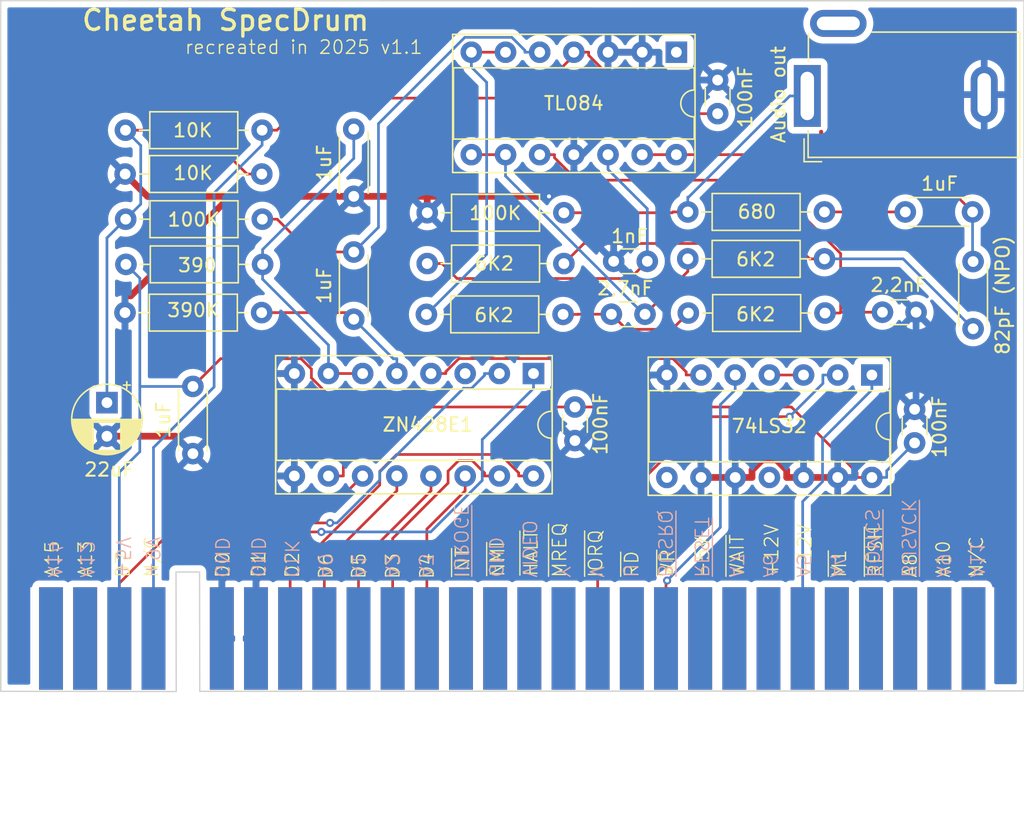
<source format=kicad_pcb>
(kicad_pcb (version 20240108) (generator "pcbnew") (generator_version "8.0")
  (title_block (title "ZX Spectrum - Specdrum Interface re-created") (date "2025-02-27") (rev "1.1"))
  (layers (0 "F.Cu" signal) (31 "B.Cu" signal) (34 "B.Paste" user) (35 "F.Paste" user) (36 "B.SilkS" user "B.Silkscreen") (37 "F.SilkS" user "F.Silkscreen") (38 "B.Mask" user) (39 "F.Mask" user) (44 "Edge.Cuts" user))
  (net 0 "")
  (net 1 "A5")
  (net 2 "~{IORQ}")
  (net 4 "WR")
  (net 5 "Net-(ZN428E1-~{ENABLE})")
  (net 6 "GND")
  (net 7 "Net-(U1-Pad3)")
  (net 8 "+5V")
  (net 9 "D0")
  (net 12 "Net-(ZN428E1-ANALOG_OUTPUT)")
  (net 13 "Net-(ZN428E1-VREF_IN)")
  (net 14 "D6")
  (net 15 "Net-(U2B-+)")
  (net 17 "Net-(C3-Pad1)")
  (net 18 "Net-(C4-Pad1)")
  (net 19 "Net-(U2C--)")
  (net 20 "Net-(U2C-+)")
  (net 21 "Net-(U2D--)")
  (net 22 "Net-(C6-Pad1)")
  (net 23 "Net-(C7-Pad2)")
  (net 24 "Net-(U2D-+)")
  (net 25 "Net-(U2B--)")
  (net 27 "D2")
  (net 30 "D4")
  (net 31 "D5")
  (net 33 "D7")
  (net 36 "D1")
  (net 37 "D3")
  (net 71 "+9V")
  (net 73 "Net-(J2-Pad1)")
  (footprint "Resistor_THT:R_Axial_DIN0207_L6.3mm_D2.5mm_P10.16mm_Horizontal" (layer "F.Cu") (at 101.577 86.8)
    (property "Reference" "R4" (hide yes))
    (property "Value" "10K")
  )
  (footprint "Capacitor_THT:C_Disc_D3.0mm_W1.6mm_P2.50mm" (layer "F.Cu") (at 157.85 100.34)
    (property "Reference" "C5" (hide yes))
    (property "Value" "2,2nF")
  )
  (footprint "ZXINFO_FOOTPRINT:EDGE_ZX_SPECTRUM" (layer "F.Cu") (at 131.33 124.79)
    (property "Reference" "J1" (hide yes))
    (property "Value" "ZX_Spectrum_Connector_48K")
  )
  (footprint "Resistor_THT:R_Axial_DIN0207_L6.3mm_D2.5mm_P10.16mm_Horizontal" (layer "F.Cu") (at 101.612 96.78)
    (property "Reference" "R1" (hide yes))
    (property "Value" "390")
  )
  (footprint "Resistor_THT:R_Axial_DIN0207_L6.3mm_D2.5mm_P10.16mm_Horizontal" (layer "F.Cu") (at 143.38 96.37)
    (property "Reference" "R8" (hide yes))
    (property "Value" "6K2")
  )
  (footprint "Package_DIP:DIP-14_W7.62mm_Socket" (layer "F.Cu") (at 157.065 105.01 -90)
    (property "Reference" "U1" (hide yes))
    (property "Value" "74LS32")
  )
  (footprint "ZXINFO_FOOTPRINT:ZXInfo_kicad_logo_copper_16.5x5" (layer "F.Cu") (at 95.124729 85.561831 90)
    (property "Reference" "G200" (hide yes))
    (property "Value" "LOGO" (hide yes))
  )
  (footprint "Capacitor_THT:C_Disc_D3.0mm_W1.6mm_P2.50mm" (layer "F.Cu") (at 134.99 107.39 -90)
    (property "Reference" "C10" (hide yes))
    (property "Value" "100nF")
  )
  (footprint "Capacitor_THT:C_Disc_D3.0mm_W1.6mm_P2.50mm" (layer "F.Cu") (at 145.6 85.57 90)
    (property "Reference" "C11" (hide yes))
    (property "Value" "100nF")
  )
  (footprint "Capacitor_THT:C_Disc_D3.0mm_W1.6mm_P2.50mm" (layer "F.Cu") (at 140.37 96.55 180)
    (property "Reference" "C8" (hide yes))
    (property "Value" "1nF")
  )
  (footprint "Capacitor_THT:C_Disc_D4.3mm_W1.9mm_P5.00mm" (layer "F.Cu") (at 118.55 95.86 -90)
    (property "Reference" "C2" (hide yes))
    (property "Value" "1uF")
  )
  (footprint "Resistor_THT:R_Axial_DIN0207_L6.3mm_D2.5mm_P10.16mm_Horizontal" (layer "F.Cu") (at 134.17 96.72 180)
    (property "Reference" "R9" (hide yes))
    (property "Value" "6K2")
  )
  (footprint "Capacitor_THT:C_Disc_D4.3mm_W1.9mm_P5.00mm" (layer "F.Cu") (at 118.55 86.72 -90)
    (property "Reference" "C1" (hide yes))
    (property "Value" "1uF")
  )
  (footprint "Resistor_THT:R_Axial_DIN0207_L6.3mm_D2.5mm_P10.16mm_Horizontal" (layer "F.Cu") (at 101.552 90.06)
    (property "Reference" "R5" (hide yes))
    (property "Value" "10K")
  )
  (footprint "Package_DIP:DIP-16_W7.62mm_Socket" (layer "F.Cu") (at 131.91 104.9 -90)
    (property "Reference" "ZN428E1")
    (property "Value" "~" (hide yes))
  )
  (footprint "Capacitor_THT:C_Disc_D3.0mm_W1.6mm_P2.50mm" (layer "F.Cu") (at 137.7 100.49)
    (property "Reference" "C4" (hide yes))
    (property "Value" "2,7nF")
  )
  (footprint "Resistor_THT:R_Axial_DIN0207_L6.3mm_D2.5mm_P10.16mm_Horizontal" (layer "F.Cu") (at 111.702 100.37 180)
    (property "Reference" "R2" (hide yes))
    (property "Value" "390K")
  )
  (footprint "Resistor_THT:R_Axial_DIN0207_L6.3mm_D2.5mm_P10.16mm_Horizontal" (layer "F.Cu") (at 101.592 93.42)
    (property "Reference" "R3" (hide yes))
    (property "Value" "100K")
  )
  (footprint "Capacitor_THT:C_Disc_D3.0mm_W1.6mm_P2.50mm" (layer "F.Cu") (at 160.24 110.06 90)
    (property "Reference" "C12" (hide yes))
    (property "Value" "100nF")
  )
  (footprint "Capacitor_THT:C_Disc_D4.3mm_W1.9mm_P5.00mm" (layer "F.Cu") (at 164.55 92.88 180)
    (property "Reference" "C7" (hide yes))
    (property "Value" "1uF")
  )
  (footprint "Resistor_THT:R_Axial_DIN0207_L6.3mm_D2.5mm_P10.16mm_Horizontal" (layer "F.Cu") (at 123.95 100.5)
    (property "Reference" "R6" (hide yes))
    (property "Value" "6K2")
  )
  (footprint "Resistor_THT:R_Axial_DIN0207_L6.3mm_D2.5mm_P10.16mm_Horizontal" (layer "F.Cu") (at 124.01 92.94)
    (property "Reference" "R11" (hide yes))
    (property "Value" "100K")
  )
  (footprint "ZXINFO_FOOTPRINT:3.5mm mono jack chassis with switch" (layer "F.Cu") (at 152.23 84.2125 90)
    (property "Reference" "J2" (hide yes))
    (property "Value" "Audio out")
  )
  (footprint "Capacitor_THT:CP_Radial_D5.0mm_P2.50mm" (layer "F.Cu") (at 100.2 107.0649 -90)
    (property "Reference" "C3" (hide yes))
    (property "Value" "22uF")
  )
  (footprint "Package_DIP:DIP-14_W7.62mm_Socket" (layer "F.Cu") (at 142.53 81 -90)
    (property "Reference" "U2" (hide yes))
    (property "Value" "TL084")
  )
  (footprint "Capacitor_THT:C_Disc_D4.3mm_W1.9mm_P5.00mm" (layer "F.Cu") (at 106.59 105.86 -90)
    (property "Reference" "C9" (hide yes))
    (property "Value" "1uF")
  )
  (footprint "Capacitor_THT:C_Disc_D4.3mm_W1.9mm_P5.00mm" (layer "F.Cu") (at 164.59 101.57 90)
    (property "Reference" "C6" (hide yes))
    (property "Value" "82pF (NPO)")
  )
  (footprint "Resistor_THT:R_Axial_DIN0207_L6.3mm_D2.5mm_P10.16mm_Horizontal" (layer "F.Cu") (at 153.54 92.88 180)
    (property "Reference" "R10" (hide yes))
    (property "Value" "680")
  )
  (footprint "Resistor_THT:R_Axial_DIN0207_L6.3mm_D2.5mm_P10.16mm_Horizontal" (layer "F.Cu") (at 143.42 100.4)
    (property "Reference" "R7" (hide yes))
    (property "Value" "6K2")
  )
  (gr_line (start 168.34 128.510009) (end 107.1 128.54) (stroke (width 0.1)) (layer "Edge.Cuts"))
  (gr_line (start 92.3 77.165) (end 168.34 77.175) (stroke (width 0.1)) (layer "Edge.Cuts"))
  (gr_line (start 105.335 119.6675) (end 107.085 119.6625) (stroke (width 0.1)) (layer "Edge.Cuts"))
  (gr_line (start 107.085 119.6625) (end 107.1 128.54) (stroke (width 0.1)) (layer "Edge.Cuts"))
  (gr_line (start 168.34 77.175) (end 168.34 128.510009) (stroke (width 0.05)) (layer "Edge.Cuts"))
  (gr_line (start 105.35 128.555) (end 92.31 128.54) (stroke (width 0.1)) (layer "Edge.Cuts"))
  (gr_line (start 92.31 128.54) (end 92.3 77.165) (stroke (width 0.1)) (layer "Edge.Cuts"))
  (gr_line (start 105.335 119.6675) (end 105.35 128.555) (stroke (width 0.1)) (layer "Edge.Cuts"))
  (gr_text "JLCJLCJLCJLC" (at 152.31 88.62 0) (layer "F.Cu") (effects (font (size 1.5 1.5) (thickness 0.3) (bold yes)) (justify left bottom)))
  (gr_text "recreated in 2025 v1.1" (at 105.93 81.21 0) (layer "F.SilkS") (effects (font (size 1 1) (thickness 0.1)) (justify left bottom)))
  (gr_text "Cheetah SpecDrum" (at 98.21 79.5 0) (layer "F.SilkS") (effects (font (size 1.5 1.5) (thickness 0.25) (bold yes)) (justify left bottom)))
  (segment (start 153.3966 109.7801) (end 153.3966 112.9434) (width 0.2) (layer "B.Cu") (net 1))
  (segment (start 151.92 114.42) (end 151.92 124.61) (width 0.2) (layer "B.Cu") (net 1))
  (segment (start 157.065 106.1117) (end 153.3966 109.7801) (width 0.2) (layer "B.Cu") (net 1))
  (segment (start 153.3966 112.9434) (end 151.92 114.42) (width 0.2) (layer "B.Cu") (net 1))
  (segment (start 157.065 105.01) (end 157.065 106.1117) (width 0.2) (layer "B.Cu") (net 1))
  (segment (start 150.9498 108.1115) (end 144.7102 108.1115) (width 0.2) (layer "F.Cu") (net 2))
  (segment (start 136.68 116.1417) (end 136.68 124.61) (width 0.2) (layer "F.Cu") (net 2))
  (segment (start 144.7102 108.1115) (end 136.68 116.1417) (width 0.2) (layer "F.Cu") (net 2))
  (via (at 150.9498 108.1115) (size 0.6) (drill 0.3) (layers "F.Cu" "B.Cu") (net 2))
  (segment (start 154.525 105.01) (end 153.4233 105.01) (width 0.2) (layer "B.Cu") (net 2))
  (segment (start 153.4233 105.638) (end 150.9498 108.1115) (width 0.2) (layer "B.Cu") (net 2))
  (segment (start 153.4233 105.01) (end 153.4233 105.638) (width 0.2) (layer "B.Cu") (net 2))
  (segment (start 141.8424 120.2979) (end 141.76 120.3803) (width 0.2) (layer "F.Cu") (net 4))
  (segment (start 141.76 120.3803) (end 141.76 124.61) (width 0.2) (layer "F.Cu") (net 4))
  (via (at 141.8424 120.2979) (size 0.6) (drill 0.3) (layers "F.Cu" "B.Cu") (net 4))
  (segment (start 146.905 106.1117) (end 145.8033 107.2134) (width 0.2) (layer "B.Cu") (net 4))
  (segment (start 145.8033 116.337) (end 141.8424 120.2979) (width 0.2) (layer "B.Cu") (net 4))
  (segment (start 145.8033 107.2134) (end 145.8033 116.337) (width 0.2) (layer "B.Cu") (net 4))
  (segment (start 146.905 105.01) (end 146.905 106.1117) (width 0.2) (layer "B.Cu") (net 4))
  (segment (start 144.365 105.01) (end 143.2633 105.01) (width 0.2) (layer "F.Cu") (net 5))
  (segment (start 143.2633 104.7817) (end 143.2633 105.01) (width 0.2) (layer "F.Cu") (net 5))
  (segment (start 126.3648 103.7892) (end 142.2708 103.7892) (width 0.2) (layer "F.Cu") (net 5))
  (segment (start 124.29 104.9) (end 125.3917 104.9) (width 0.2) (layer "F.Cu") (net 5))
  (segment (start 125.3917 104.9) (end 125.3917 104.7623) (width 0.2) (layer "F.Cu") (net 5))
  (segment (start 142.2708 103.7892) (end 143.2633 104.7817) (width 0.2) (layer "F.Cu") (net 5))
  (segment (start 125.3917 104.7623) (end 126.3648 103.7892) (width 0.2) (layer "F.Cu") (net 5))
  (segment (start 147.5309 112.63) (end 148.1567 112.63) (width 0.5) (layer "F.Cu") (net 6))
  (segment (start 101.9751 99.1183) (end 101.542 99.1183) (width 0.5) (layer "F.Cu") (net 6))
  (segment (start 109.3734 91.72) (end 103.212 91.72) (width 0.5) (layer "F.Cu") (net 6))
  (segment (start 109.3734 91.72) (end 101.9751 99.1183) (width 0.5) (layer "F.Cu") (net 6))
  (segment (start 105.2949 109.5649) (end 106.59 110.86) (width 0.5) (layer "F.Cu") (net 6))
  (segment (start 149.9625 111.3116) (end 148.9307 111.3116) (width 0.5) (layer "F.Cu") (net 6))
  (segment (start 101.542 100.37) (end 101.542 99.1183) (width 0.5) (layer "F.Cu") (net 6))
  (segment (start 118.55 91.72) (end 124.01 91.72) (width 0.5) (layer "F.Cu") (net 6))
  (segment (start 150.7333 112.63) (end 150.7333 112.0824) (width 0.5) (layer "F.Cu") (net 6))
  (segment (start 114.13 112.52) (end 108.25 112.52) (width 0.5) (layer "F.Cu") (net 6))
  (segment (start 147.5309 112.63) (end 146.905 112.63) (width 0.5) (layer "F.Cu") (net 6))
  (segment (start 124.01 92.94) (end 124.01 91.72) (width 0.5) (layer "F.Cu") (net 6))
  (segment (start 154.525 112.63) (end 151.985 112.63) (width 0.5) (layer "F.Cu") (net 6))
  (segment (start 100.2 109.5649) (end 105.2949 109.5649) (width 0.5) (layer "F.Cu") (net 6))
  (segment (start 137.45 81) (end 139.99 81) (width 0.5) (layer "F.Cu") (net 6))
  (segment (start 103.212 91.72) (end 101.552 90.06) (width 0.5) (layer "F.Cu") (net 6))
  (segment (start 124.01 91.72) (end 133.0617 91.72) (width 0.5) (layer "F.Cu") (net 6))
  (segment (start 150.7333 112.0824) (end 149.9625 111.3116) (width 0.5) (layer "F.Cu") (net 6))
  (segment (start 148.9307 111.3116) (end 148.1567 112.0856) (width 0.5) (layer "F.Cu") (net 6))
  (segment (start 146.905 112.63) (end 144.365 112.63) (width 0.5) (layer "F.Cu") (net 6))
  (segment (start 112.55 104.9) (end 106.59 110.86) (width 0.5) (layer "F.Cu") (net 6))
  (segment (start 108.25 112.52) (end 106.59 110.86) (width 0.5) (layer "F.Cu") (net 6))
  (segment (start 114.13 104.9) (end 112.55 104.9) (width 0.5) (layer "F.Cu") (net 6))
  (segment (start 118.55 91.72) (end 109.3734 91.72) (width 0.5) (layer "F.Cu") (net 6))
  (segment (start 148.1567 112.0856) (end 148.1567 112.63) (width 0.5) (layer "F.Cu") (net 6))
  (segment (start 151.985 112.63) (end 150.7333 112.63) (width 0.5) (layer "F.Cu") (net 6))
  (via (at 133.0617 91.72) (size 0.6) (drill 0.3) (layers "F.Cu" "B.Cu") (net 6))
  (segment (start 144.365 112.63) (end 144.365 111.3783) (width 0.5) (layer "B.Cu") (net 6))
  (segment (start 114.13 113.7717) (end 111.28 116.6217) (width 0.5) (layer "B.Cu") (net 6))
  (segment (start 155.7767 112.63) (end 155.7767 112.0233) (width 0.5) (layer "B.Cu") (net 6))
  (segment (start 141.2417 82.0167) (end 141.2417 81) (width 0.5) (layer "B.Cu") (net 6))
  (segment (start 154.525 112.63) (end 155.7767 112.63) (width 0.5) (layer "B.Cu") (net 6))
  (segment (start 145.6 83.07) (end 142.295 83.07) (width 0.5) (layer "B.Cu") (net 6))
  (segment (start 137.87 92.8317) (end 137.87 96.55) (width 0.5) (layer "B.Cu") (net 6))
  (segment (start 108.74 113.01) (end 108.74 124.61) (width 0.5) (layer "B.Cu") (net 6))
  (segment (start 155.7767 112.0233) (end 160.24 107.56) (width 0.5) (layer "B.Cu") (net 6))
  (segment (start 134.91 89.2458) (end 137.45 86.7058) (width 0.5) (layer "B.Cu") (net 6))
  (segment (start 101.542 108.2229) (end 101.542 100.37) (width 0.5) (layer "B.Cu") (net 6))
  (segment (start 160.35 107.45) (end 160.35 100.34) (width 0.5) (layer "B.Cu") (net 6))
  (segment (start 142.295 83.07) (end 141.2417 82.0167) (width 0.5) (layer "B.Cu") (net 6))
  (segment (start 114.13 112.52) (end 114.13 113.7717) (width 0.5) (layer "B.Cu") (net 6))
  (segment (start 141.825 100.291) (end 141.825 105.01) (width 0.5) (layer "B.Cu") (net 6))
  (segment (start 138.084 96.55) (end 141.825 100.291) (width 0.5) (layer "B.Cu") (net 6))
  (segment (start 137.87 96.55) (end 138.084 96.55) (width 0.5) (layer "B.Cu") (net 6))
  (segment (start 111.28 116.6217) (end 111.28 124.61) (width 0.5) (layer "B.Cu") (net 6))
  (segment (start 135.6933 109.89) (end 140.5733 105.01) (width 0.5) (layer "B.Cu") (net 6))
  (segment (start 160.24 107.56) (end 160.35 107.45) (width 0.5) (layer "B.Cu") (net 6))
  (segment (start 139.99 81) (end 141.2417 81) (width 0.5) (layer "B.Cu") (net 6))
  (segment (start 106.59 110.86) (end 108.74 113.01) (width 0.5) (layer "B.Cu") (net 6))
  (segment (start 134.91 89.8717) (end 137.87 92.8317) (width 0.5) (layer "B.Cu") (net 6))
  (segment (start 134.91 89.2458) (end 134.91 89.8717) (width 0.5) (layer "B.Cu") (net 6))
  (segment (start 134.91 89.8717) (end 133.0617 91.72) (width 0.5) (layer "B.Cu") (net 6))
  (segment (start 134.91 88.62) (end 134.91 89.2458) (width 0.5) (layer "B.Cu") (net 6))
  (segment (start 137.45 86.7058) (end 137.45 81) (width 0.5) (layer "B.Cu") (net 6))
  (segment (start 100.2 109.5649) (end 101.542 108.2229) (width 0.5) (layer "B.Cu") (net 6))
  (segment (start 144.365 111.3783) (end 141.825 108.8383) (width 0.5) (layer "B.Cu") (net 6))
  (segment (start 134.99 109.89) (end 135.6933 109.89) (width 0.5) (layer "B.Cu") (net 6))
  (segment (start 141.825 108.8383) (end 141.825 105.01) (width 0.5) (layer "B.Cu") (net 6))
  (segment (start 141.825 105.01) (end 140.5733 105.01) (width 0.5) (layer "B.Cu") (net 6))
  (segment (start 149.445 105.01) (end 151.985 105.01) (width 0.2) (layer "F.Cu") (net 7))
  (segment (start 108.6528 103.7972) (end 106.59 105.86) (width 0.2) (layer "F.Cu") (net 8))
  (segment (start 155.9633 112.2741) (end 151.0792 107.39) (width 0.2) (layer "F.Cu") (net 8))
  (segment (start 118.5791 107.39) (end 134.99 107.39) (width 0.2) (layer "F.Cu") (net 8))
  (segment (start 157.065 112.63) (end 155.9633 112.63) (width 0.2) (layer "F.Cu") (net 8))
  (segment (start 116.67 112.52) (end 117.7717 112.52) (width 0.2) (layer "F.Cu") (net 8))
  (segment (start 118.0734 107.8957) (end 115.4 105.2223) (width 0.2) (layer "F.Cu") (net 8))
  (segment (start 117.7717 112.52) (end 117.7717 108.1974) (width 0.2) (layer "F.Cu") (net 8))
  (segment (start 117.7717 108.1974) (end 118.0734 107.8957) (width 0.2) (layer "F.Cu") (net 8))
  (segment (start 115.4 104.5659) (end 114.6313 103.7972) (width 0.2) (layer "F.Cu") (net 8))
  (segment (start 118.0734 107.8957) (end 118.5791 107.39) (width 0.2) (layer "F.Cu") (net 8))
  (segment (start 155.9633 112.63) (end 155.9633 112.2741) (width 0.2) (layer "F.Cu") (net 8))
  (segment (start 151.0792 107.39) (end 134.99 107.39) (width 0.2) (layer "F.Cu") (net 8))
  (segment (start 114.6313 103.7972) (end 108.6528 103.7972) (width 0.2) (layer "F.Cu") (net 8))
  (segment (start 115.4 105.2223) (end 115.4 104.5659) (width 0.2) (layer "F.Cu") (net 8))
  (segment (start 101.12 112.2386) (end 102.6437 110.7149) (width 0.2) (layer "B.Cu") (net 8))
  (segment (start 160.24 110.06) (end 158.1667 112.1333) (width 0.2) (layer "B.Cu") (net 8))
  (segment (start 102.6437 105.86) (end 102.6437 97.8117) (width 0.2) (layer "B.Cu") (net 8))
  (segment (start 101.12 124.61) (end 101.12 112.2386) (width 0.2) (layer "B.Cu") (net 8))
  (segment (start 102.6437 97.8117) (end 101.612 96.78) (width 0.2) (layer "B.Cu") (net 8))
  (segment (start 157.065 112.63) (end 158.1667 112.63) (width 0.2) (layer "B.Cu") (net 8))
  (segment (start 158.1667 112.1333) (end 158.1667 112.63) (width 0.2) (layer "B.Cu") (net 8))
  (segment (start 102.6437 110.7149) (end 102.6437 105.86) (width 0.2) (layer "B.Cu") (net 8))
  (segment (start 102.6437 105.86) (end 106.59 105.86) (width 0.2) (layer "B.Cu") (net 8))
  (segment (start 108.74 124.61) (end 108.74 120.4983) (width 0.2) (layer "F.Cu") (net 9))
  (segment (start 108.74 120.4983) (end 113.226 116.0123) (width 0.2) (layer "F.Cu") (net 9))
  (segment (start 113.226 116.0123) (end 116.7851 116.0123) (width 0.2) (layer "F.Cu") (net 9))
  (via (at 116.7851 116.0123) (size 0.6) (drill 0.3) (layers "F.Cu" "B.Cu") (net 9))
  (segment (start 126.703 106.0017) (end 120.48 112.2247) (width 0.2) (layer "B.Cu") (net 9))
  (segment (start 120.48 112.8352) (end 117.3029 116.0123) (width 0.2) (layer "B.Cu") (net 9))
  (segment (start 127.3044 106.0017) (end 126.703 106.0017) (width 0.2) (layer "B.Cu") (net 9))
  (segment (start 128.2683 105.0378) (end 127.3044 106.0017) (width 0.2) (layer "B.Cu") (net 9))
  (segment (start 129.37 104.9) (end 128.2683 104.9) (width 0.2) (layer "B.Cu") (net 9))
  (segment (start 120.48 112.2247) (end 120.48 112.8352) (width 0.2) (layer "B.Cu") (net 9))
  (segment (start 128.2683 104.9) (end 128.2683 105.0378) (width 0.2) (layer "B.Cu") (net 9))
  (segment (start 117.3029 116.0123) (end 116.7851 116.0123) (width 0.2) (layer "B.Cu") (net 9))
  (segment (start 118.06 100.37) (end 118.55 100.86) (width 0.2) (layer "F.Cu") (net 12))
  (segment (start 111.702 100.37) (end 118.06 100.37) (width 0.2) (layer "F.Cu") (net 12))
  (segment (start 121.75 104.9) (end 121.75 103.7983) (width 0.2) (layer "B.Cu") (net 12))
  (segment (start 121.4883 103.7983) (end 118.55 100.86) (width 0.2) (layer "B.Cu") (net 12))
  (segment (start 121.75 103.7983) (end 121.4883 103.7983) (width 0.2) (layer "B.Cu") (net 12))
  (segment (start 116.67 104.9) (end 119.21 104.9) (width 0.2) (layer "F.Cu") (net 13))
  (segment (start 116.67 104.9) (end 116.67 102.7797) (width 0.2) (layer "B.Cu") (net 13))
  (segment (start 111.772 96.78) (end 111.772 95.6783) (width 0.2) (layer "B.Cu") (net 13))
  (segment (start 111.772 96.78) (end 111.772 97.8817) (width 0.2) (layer "B.Cu") (net 13))
  (segment (start 118.55 88.9003) (end 111.772 95.6783) (width 0.2) (layer "B.Cu") (net 13))
  (segment (start 116.67 102.7797) (end 111.772 97.8817) (width 0.2) (layer "B.Cu") (net 13))
  (segment (start 118.55 86.72) (end 118.55 88.9003) (width 0.2) (layer "B.Cu") (net 13))
  (segment (start 121.75 112.52) (end 121.75 113.6217) (width 0.2) (layer "F.Cu") (net 14))
  (segment (start 116.36 119.0117) (end 121.75 113.6217) (width 0.2) (layer "F.Cu") (net 14))
  (segment (start 116.36 124.61) (end 116.36 119.0117) (width 0.2) (layer "F.Cu") (net 14))
  (segment (start 118.55 95.86) (end 115.2937 95.86) (width 0.2) (layer "F.Cu") (net 15))
  (segment (start 115.2937 95.86) (end 112.8537 93.42) (width 0.2) (layer "F.Cu") (net 15))
  (segment (start 111.752 93.42) (end 112.8537 93.42) (width 0.2) (layer "F.Cu") (net 15))
  (segment (start 131.2683 81) (end 131.2683 80.8623) (width 0.2) (layer "B.Cu") (net 15))
  (segment (start 130.3012 79.8952) (end 126.8029 79.8952) (width 0.2) (layer "B.Cu") (net 15))
  (segment (start 120.3853 86.3128) (end 120.3853 94.0247) (width 0.2) (layer "B.Cu") (net 15))
  (segment (start 132.37 81) (end 131.2683 81) (width 0.2) (layer "B.Cu") (net 15))
  (segment (start 120.3853 94.0247) (end 118.55 95.86) (width 0.2) (layer "B.Cu") (net 15))
  (segment (start 131.2683 80.8623) (end 130.3012 79.8952) (width 0.2) (layer "B.Cu") (net 15))
  (segment (start 126.8029 79.8952) (end 120.3853 86.3128) (width 0.2) (layer "B.Cu") (net 15))
  (segment (start 107.3503 86.8) (end 101.577 86.8) (width 0.2) (layer "F.Cu") (net 17))
  (segment (start 110.6103 90.06) (end 107.3503 86.8) (width 0.2) (layer "F.Cu") (net 17))
  (segment (start 111.712 90.06) (end 110.6103 90.06) (width 0.2) (layer "F.Cu") (net 17))
  (segment (start 100.2 94.812) (end 101.592 93.42) (width 0.2) (layer "B.Cu") (net 17))
  (segment (start 102.7114 87.9344) (end 101.577 86.8) (width 0.2) (layer "B.Cu") (net 17))
  (segment (start 100.2 107.0649) (end 100.2 94.812) (width 0.2) (layer "B.Cu") (net 17))
  (segment (start 101.592 93.42) (end 102.7114 92.3006) (width 0.2) (layer "B.Cu") (net 17))
  (segment (start 102.7114 92.3006) (end 102.7114 87.9344) (width 0.2) (layer "B.Cu") (net 17))
  (segment (start 138.8235 101.6135) (end 137.7 100.49) (width 0.2) (layer "F.Cu") (net 18))
  (segment (start 134.11 100.5) (end 135.2117 100.5) (width 0.2) (layer "F.Cu") (net 18))
  (segment (start 143.42 100.4) (end 142.2065 101.6135) (width 0.2) (layer "F.Cu") (net 18))
  (segment (start 135.2217 100.49) (end 135.2117 100.5) (width 0.2) (layer "F.Cu") (net 18))
  (segment (start 142.2065 101.6135) (end 138.8235 101.6135) (width 0.2) (layer "F.Cu") (net 18))
  (segment (start 137.7 100.49) (end 135.2217 100.49) (width 0.2) (layer "F.Cu") (net 18))
  (segment (start 129.83 88.62) (end 127.29 88.62) (width 0.2) (layer "F.Cu") (net 19))
  (segment (start 140.2 100.49) (end 143.38 97.31) (width 0.2) (layer "F.Cu") (net 19))
  (segment (start 143.38 97.31) (end 143.38 96.37) (width 0.2) (layer "F.Cu") (net 19))
  (segment (start 129.83 88.62) (end 129.83 90.209) (width 0.2) (layer "B.Cu") (net 19))
  (segment (start 140.111 100.49) (end 140.2 100.49) (width 0.2) (layer "B.Cu") (net 19))
  (segment (start 129.83 90.209) (end 140.111 100.49) (width 0.2) (layer "B.Cu") (net 19))
  (segment (start 133.4717 88.8483) (end 133.4717 88.62) (width 0.2) (layer "F.Cu") (net 20))
  (segment (start 132.37 88.62) (end 133.4717 88.62) (width 0.2) (layer "F.Cu") (net 20))
  (segment (start 149.2839 90.5164) (end 135.1398 90.5164) (width 0.2) (layer "F.Cu") (net 20))
  (segment (start 157.85 100.34) (end 154.7417 100.34) (width 0.2) (layer "F.Cu") (net 20))
  (segment (start 135.1398 90.5164) (end 133.4717 88.8483) (width 0.2) (layer "F.Cu") (net 20))
  (segment (start 154.7417 95.9742) (end 149.2839 90.5164) (width 0.2) (layer "F.Cu") (net 20))
  (segment (start 154.7417 100.34) (end 154.6817 100.4) (width 0.2) (layer "F.Cu") (net 20))
  (segment (start 153.58 100.4) (end 154.6817 100.4) (width 0.2) (layer "F.Cu") (net 20))
  (segment (start 154.7417 100.34) (end 154.7417 95.9742) (width 0.2) (layer "F.Cu") (net 20))
  (segment (start 164.55 92.88) (end 160.29 88.62) (width 0.2) (layer "F.Cu") (net 21))
  (segment (start 160.29 88.62) (end 142.53 88.62) (width 0.2) (layer "F.Cu") (net 21))
  (segment (start 142.53 88.62) (end 139.99 88.62) (width 0.2) (layer "F.Cu") (net 21))
  (segment (start 164.55 96.53) (end 164.55 92.88) (width 0.2) (layer "B.Cu") (net 21))
  (segment (start 164.59 96.57) (end 164.55 96.53) (width 0.2) (layer "B.Cu") (net 21))
  (segment (start 153.54 96.37) (end 152.4383 96.37) (width 0.2) (layer "F.Cu") (net 22))
  (segment (start 151.2931 95.2248) (end 152.4383 96.37) (width 0.2) (layer "F.Cu") (net 22))
  (segment (start 134.17 96.72) (end 135.6652 95.2248) (width 0.2) (layer "F.Cu") (net 22))
  (segment (start 135.6652 95.2248) (end 151.2931 95.2248) (width 0.2) (layer "F.Cu") (net 22))
  (segment (start 164.59 101.57) (end 159.39 96.37) (width 0.2) (layer "B.Cu") (net 22))
  (segment (start 159.39 96.37) (end 153.54 96.37) (width 0.2) (layer "B.Cu") (net 22))
  (segment (start 159.55 92.88) (end 153.54 92.88) (width 0.2) (layer "F.Cu") (net 23))
  (segment (start 125.1117 96.72) (end 126.2227 97.831) (width 0.2) (layer "F.Cu") (net 24))
  (segment (start 124.01 96.72) (end 125.1117 96.72) (width 0.2) (layer "F.Cu") (net 24))
  (segment (start 139.089 97.831) (end 140.37 96.55) (width 0.2) (layer "F.Cu") (net 24))
  (segment (start 126.2227 97.831) (end 139.089 97.831) (width 0.2) (layer "F.Cu") (net 24))
  (segment (start 140.37 92.6417) (end 137.45 89.7217) (width 0.2) (layer "B.Cu") (net 24))
  (segment (start 137.45 88.62) (end 137.45 89.7217) (width 0.2) (layer "B.Cu") (net 24))
  (segment (start 140.37 96.55) (end 140.37 92.6417) (width 0.2) (layer "B.Cu") (net 24))
  (segment (start 127.29 81) (end 129.83 81) (width 0.2) (layer "F.Cu") (net 25))
  (segment (start 128.4276 96.0224) (end 123.95 100.5) (width 0.2) (layer "B.Cu") (net 25))
  (segment (start 127.29 81) (end 127.29 82.1017) (width 0.2) (layer "B.Cu") (net 25))
  (segment (start 128.4276 83.2393) (end 128.4276 96.0224) (width 0.2) (layer "B.Cu") (net 25))
  (segment (start 127.29 82.1017) (end 128.4276 83.2393) (width 0.2) (layer "B.Cu") (net 25))
  (segment (start 113.82 119.8512) (end 120.48 113.1912) (width 0.2) (layer "F.Cu") (net 27))
  (segment (start 131.91 112.52) (end 130.8083 112.52) (width 0.2) (layer "F.Cu") (net 27))
  (segment (start 113.82 124.61) (end 113.82 119.8512) (width 0.2) (layer "F.Cu") (net 27))
  (segment (start 129.4379 110.9213) (end 130.8083 112.2917) (width 0.2) (layer "F.Cu") (net 27))
  (segment (start 120.48 112.1828) (end 121.7415 110.9213) (width 0.2) (layer "F.Cu") (net 27))
  (segment (start 120.48 113.1912) (end 120.48 112.1828) (width 0.2) (layer "F.Cu") (net 27))
  (segment (start 121.7415 110.9213) (end 129.4379 110.9213) (width 0.2) (layer "F.Cu") (net 27))
  (segment (start 130.8083 112.2917) (end 130.8083 112.52) (width 0.2) (layer "F.Cu") (net 27))
  (segment (start 126.83 112.52) (end 126.83 113.6217) (width 0.2) (layer "F.Cu") (net 30))
  (segment (start 123.98 124.61) (end 123.98 116.4717) (width 0.2) (layer "F.Cu") (net 30))
  (segment (start 123.98 116.4717) (end 126.83 113.6217) (width 0.2) (layer "F.Cu") (net 30))
  (segment (start 118.9 119.0117) (end 118.9 124.61) (width 0.2) (layer "F.Cu") (net 31))
  (segment (start 124.29 112.52) (end 124.29 113.6217) (width 0.2) (layer "F.Cu") (net 31))
  (segment (start 124.29 113.6217) (end 118.9 119.0117) (width 0.2) (layer "F.Cu") (net 31))
  (segment (start 101.12 120.4983) (end 107.1111 114.5072) (width 0.2) (layer "F.Cu") (net 33))
  (segment (start 117.2228 114.5072) (end 119.21 112.52) (width 0.2) (layer "F.Cu") (net 33))
  (segment (start 101.12 124.61) (end 101.12 120.4983) (width 0.2) (layer "F.Cu") (net 33))
  (segment (start 107.1111 114.5072) (end 117.2228 114.5072) (width 0.2) (layer "F.Cu") (net 33))
  (segment (start 116.1379 116.6824) (end 115.0959 116.6824) (width 0.2) (layer "F.Cu") (net 36))
  (segment (start 115.0959 116.6824) (end 111.28 120.4983) (width 0.2) (layer "F.Cu") (net 36))
  (segment (start 111.28 124.61) (end 111.28 120.4983) (width 0.2) (layer "F.Cu") (net 36))
  (via (at 116.1379 116.6824) (size 0.6) (drill 0.3) (layers "F.Cu" "B.Cu") (net 36))
  (segment (start 131.91 106.0017) (end 128.1 109.8117) (width 0.2) (layer "B.Cu") (net 36))
  (segment (start 128.1 109.8117) (end 128.1 112.8504) (width 0.2) (layer "B.Cu") (net 36))
  (segment (start 131.91 104.9) (end 131.91 106.0017) (width 0.2) (layer "B.Cu") (net 36))
  (segment (start 124.268 116.6824) (end 116.1379 116.6824) (width 0.2) (layer "B.Cu") (net 36))
  (segment (start 128.1 112.8504) (end 124.268 116.6824) (width 0.2) (layer "B.Cu") (net 36))
  (segment (start 128.2683 112.2917) (end 128.2683 112.52) (width 0.2) (layer "F.Cu") (net 37))
  (segment (start 129.37 112.52) (end 128.2683 112.52) (width 0.2) (layer "F.Cu") (net 37))
  (segment (start 125.56 113.05) (end 125.56 112.1615) (width 0.2) (layer "F.Cu") (net 37))
  (segment (start 126.3502 111.3713) (end 127.3479 111.3713) (width 0.2) (layer "F.Cu") (net 37))
  (segment (start 125.56 112.1615) (end 126.3502 111.3713) (width 0.2) (layer "F.Cu") (net 37))
  (segment (start 127.3479 111.3713) (end 128.2683 112.2917) (width 0.2) (layer "F.Cu") (net 37))
  (segment (start 121.44 124.61) (end 121.44 117.17) (width 0.2) (layer "F.Cu") (net 37))
  (segment (start 121.44 117.17) (end 125.56 113.05) (width 0.2) (layer "F.Cu") (net 37))
  (segment (start 131.7396 84.4147) (end 115.224 84.4147) (width 0.2) (layer "F.Cu") (net 71))
  (segment (start 135.4609 81) (end 136.0117 81) (width 0.2) (layer "F.Cu") (net 71))
  (segment (start 136.0117 81.2283) (end 136.0117 81) (width 0.2) (layer "F.Cu") (net 71))
  (segment (start 115.224 84.4147) (end 112.8387 86.8) (width 0.2) (layer "F.Cu") (net 71))
  (segment (start 111.737 86.8) (end 112.8387 86.8) (width 0.2) (layer "F.Cu") (net 71))
  (segment (start 135.1543 81) (end 131.7396 84.4147) (width 0.2) (layer "F.Cu") (net 71))
  (segment (start 140.3534 85.57) (end 136.0117 81.2283) (width 0.2) (layer "F.Cu") (net 71))
  (segment (start 145.6 85.57) (end 140.3534 85.57) (width 0.2) (layer "F.Cu") (net 71))
  (segment (start 134.91 81) (end 135.1543 81) (width 0.2) (layer "F.Cu") (net 71))
  (segment (start 135.4609 81) (end 135.1543 81) (width 0.2) (layer "F.Cu") (net 71))
  (segment (start 111.737 87.9017) (end 108.1679 91.4708) (width 0.2) (layer "B.Cu") (net 71))
  (segment (start 108.1679 91.4708) (end 108.1679 105.8984) (width 0.2) (layer "B.Cu") (net 71))
  (segment (start 111.737 86.8) (end 111.737 87.9017) (width 0.2) (layer "B.Cu") (net 71))
  (segment (start 108.1679 105.8984) (end 103.66 110.4063) (width 0.2) (layer "B.Cu") (net 71))
  (segment (start 103.66 110.4063) (end 103.66 124.61) (width 0.2) (layer "B.Cu") (net 71))
  (segment (start 134.17 92.94) (end 142.2183 92.94) (width 0.2) (layer "F.Cu") (net 73))
  (segment (start 142.2183 92.94) (end 142.2783 92.88) (width 0.2) (layer "F.Cu") (net 73))
  (segment (start 143.38 92.88) (end 142.2783 92.88) (width 0.2) (layer "F.Cu") (net 73))
  (segment (start 152.265 84.2525) (end 150.9633 84.2525) (width 0.2) (layer "B.Cu") (net 73))
  (segment (start 143.4375 91.7783) (end 143.38 91.7783) (width 0.2) (layer "B.Cu") (net 73))
  (segment (start 150.9633 84.2525) (end 143.4375 91.7783) (width 0.2) (layer "B.Cu") (net 73))
  (segment (start 143.38 92.88) (end 143.38 91.7783) (width 0.2) (layer "B.Cu") (net 73))
  (zone (net 6) (net_name "GND") (layer "B.Cu") (connect_pads (clearance 0.5)) (min_thickness 0.25) (fill yes (thermal_gap 0.5) (thermal_bridge_width 0.5))
    (polygon (pts (xy 168.18 77.31) (xy 168.25 128.27) (xy 92.47 128.28) (xy 92.45 77.32)))
  )
)
</source>
